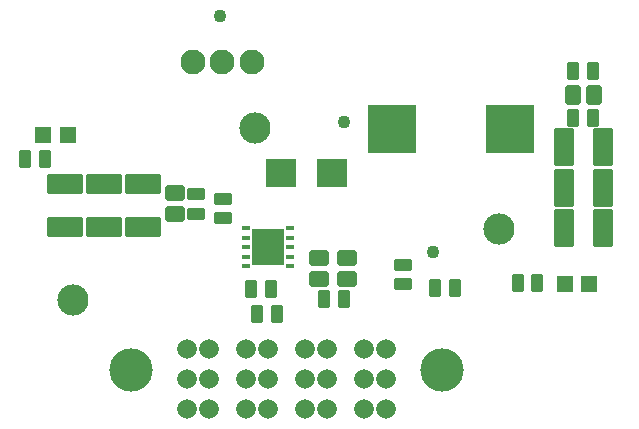
<source format=gts>
G04*
G04 #@! TF.GenerationSoftware,Altium Limited,Altium Designer,23.5.1 (21)*
G04*
G04 Layer_Color=8388736*
%FSLAX25Y25*%
%MOIN*%
G70*
G04*
G04 #@! TF.SameCoordinates,F2E7560B-A2D8-46DA-B2D3-C53C7B4DE586*
G04*
G04*
G04 #@! TF.FilePolarity,Negative*
G04*
G01*
G75*
G04:AMPARAMS|DCode=15|XSize=59.12mil|YSize=39.43mil|CornerRadius=4.66mil|HoleSize=0mil|Usage=FLASHONLY|Rotation=90.000|XOffset=0mil|YOffset=0mil|HoleType=Round|Shape=RoundedRectangle|*
%AMROUNDEDRECTD15*
21,1,0.05912,0.03012,0,0,90.0*
21,1,0.04980,0.03943,0,0,90.0*
1,1,0.00932,0.01506,0.02490*
1,1,0.00932,0.01506,-0.02490*
1,1,0.00932,-0.01506,-0.02490*
1,1,0.00932,-0.01506,0.02490*
%
%ADD15ROUNDEDRECTD15*%
G04:AMPARAMS|DCode=16|XSize=55.18mil|YSize=55.18mil|CornerRadius=7.12mil|HoleSize=0mil|Usage=FLASHONLY|Rotation=180.000|XOffset=0mil|YOffset=0mil|HoleType=Round|Shape=RoundedRectangle|*
%AMROUNDEDRECTD16*
21,1,0.05518,0.04095,0,0,180.0*
21,1,0.04095,0.05518,0,0,180.0*
1,1,0.01424,-0.02047,0.02047*
1,1,0.01424,0.02047,0.02047*
1,1,0.01424,0.02047,-0.02047*
1,1,0.01424,-0.02047,-0.02047*
%
%ADD16ROUNDEDRECTD16*%
G04:AMPARAMS|DCode=17|XSize=66.99mil|YSize=128.02mil|CornerRadius=6.72mil|HoleSize=0mil|Usage=FLASHONLY|Rotation=180.000|XOffset=0mil|YOffset=0mil|HoleType=Round|Shape=RoundedRectangle|*
%AMROUNDEDRECTD17*
21,1,0.06699,0.11457,0,0,180.0*
21,1,0.05354,0.12802,0,0,180.0*
1,1,0.01345,-0.02677,0.05728*
1,1,0.01345,0.02677,0.05728*
1,1,0.01345,0.02677,-0.05728*
1,1,0.01345,-0.02677,-0.05728*
%
%ADD17ROUNDEDRECTD17*%
G04:AMPARAMS|DCode=18|XSize=53.21mil|YSize=66.99mil|CornerRadius=6.92mil|HoleSize=0mil|Usage=FLASHONLY|Rotation=270.000|XOffset=0mil|YOffset=0mil|HoleType=Round|Shape=RoundedRectangle|*
%AMROUNDEDRECTD18*
21,1,0.05321,0.05315,0,0,270.0*
21,1,0.03937,0.06699,0,0,270.0*
1,1,0.01384,-0.02657,-0.01968*
1,1,0.01384,-0.02657,0.01968*
1,1,0.01384,0.02657,0.01968*
1,1,0.01384,0.02657,-0.01968*
%
%ADD18ROUNDEDRECTD18*%
G04:AMPARAMS|DCode=19|XSize=66.99mil|YSize=122.11mil|CornerRadius=6.72mil|HoleSize=0mil|Usage=FLASHONLY|Rotation=270.000|XOffset=0mil|YOffset=0mil|HoleType=Round|Shape=RoundedRectangle|*
%AMROUNDEDRECTD19*
21,1,0.06699,0.10866,0,0,270.0*
21,1,0.05354,0.12211,0,0,270.0*
1,1,0.01345,-0.05433,-0.02677*
1,1,0.01345,-0.05433,0.02677*
1,1,0.01345,0.05433,0.02677*
1,1,0.01345,0.05433,-0.02677*
%
%ADD19ROUNDEDRECTD19*%
G04:AMPARAMS|DCode=20|XSize=59.12mil|YSize=39.43mil|CornerRadius=4.66mil|HoleSize=0mil|Usage=FLASHONLY|Rotation=0.000|XOffset=0mil|YOffset=0mil|HoleType=Round|Shape=RoundedRectangle|*
%AMROUNDEDRECTD20*
21,1,0.05912,0.03012,0,0,0.0*
21,1,0.04980,0.03943,0,0,0.0*
1,1,0.00932,0.02490,-0.01506*
1,1,0.00932,-0.02490,-0.01506*
1,1,0.00932,-0.02490,0.01506*
1,1,0.00932,0.02490,0.01506*
%
%ADD20ROUNDEDRECTD20*%
%ADD21R,0.16148X0.16148*%
%ADD22R,0.10243X0.09455*%
%ADD23R,0.02762X0.01581*%
%ADD24R,0.10636X0.12211*%
%ADD25C,0.04337*%
G04:AMPARAMS|DCode=26|XSize=53.21mil|YSize=66.99mil|CornerRadius=6.92mil|HoleSize=0mil|Usage=FLASHONLY|Rotation=180.000|XOffset=0mil|YOffset=0mil|HoleType=Round|Shape=RoundedRectangle|*
%AMROUNDEDRECTD26*
21,1,0.05321,0.05315,0,0,180.0*
21,1,0.03937,0.06699,0,0,180.0*
1,1,0.01384,-0.01968,0.02657*
1,1,0.01384,0.01968,0.02657*
1,1,0.01384,0.01968,-0.02657*
1,1,0.01384,-0.01968,-0.02657*
%
%ADD26ROUNDEDRECTD26*%
%ADD27C,0.06542*%
%ADD28C,0.14416*%
%ADD29C,0.10400*%
%ADD30C,0.08274*%
%ADD31C,0.03200*%
D15*
X198948Y-162800D02*
D03*
X192452D02*
D03*
X134411Y-168173D02*
D03*
X127915D02*
D03*
X28252Y-121400D02*
D03*
X34748D02*
D03*
X105652Y-173000D02*
D03*
X112148D02*
D03*
X165000Y-164300D02*
D03*
X171496D02*
D03*
X217448Y-107600D02*
D03*
X210952D02*
D03*
Y-92100D02*
D03*
X217448D02*
D03*
X103552Y-164800D02*
D03*
X110048D02*
D03*
D16*
X216334Y-163100D02*
D03*
X208066D02*
D03*
X42534Y-113500D02*
D03*
X34266D02*
D03*
D17*
X220798Y-144500D02*
D03*
X208002D02*
D03*
X220698Y-131000D02*
D03*
X207902D02*
D03*
X220698Y-117500D02*
D03*
X207902D02*
D03*
D18*
X126153Y-154263D02*
D03*
Y-161311D02*
D03*
X135553Y-154263D02*
D03*
Y-161311D02*
D03*
X78100Y-139724D02*
D03*
Y-132676D02*
D03*
D19*
X41600Y-143987D02*
D03*
Y-129813D02*
D03*
X67600Y-143987D02*
D03*
Y-129813D02*
D03*
X54600Y-143987D02*
D03*
Y-129813D02*
D03*
D20*
X85100Y-133152D02*
D03*
Y-139648D02*
D03*
X94328Y-141189D02*
D03*
Y-134693D02*
D03*
X154200Y-163096D02*
D03*
Y-156600D02*
D03*
D21*
X150430Y-111400D02*
D03*
X189800D02*
D03*
D22*
X130565Y-125900D02*
D03*
X113635D02*
D03*
D23*
X116680Y-144501D02*
D03*
X101720D02*
D03*
Y-147650D02*
D03*
Y-150800D02*
D03*
Y-153950D02*
D03*
Y-157099D02*
D03*
X116680Y-147650D02*
D03*
Y-150800D02*
D03*
Y-153950D02*
D03*
Y-157099D02*
D03*
D24*
X109200Y-150800D02*
D03*
D25*
X134600Y-109100D02*
D03*
X164200Y-152300D02*
D03*
X93300Y-73800D02*
D03*
D26*
X217924Y-99900D02*
D03*
X210876D02*
D03*
D27*
X101828Y-184700D02*
D03*
X109230D02*
D03*
X101828Y-194700D02*
D03*
X109230D02*
D03*
X101828Y-204700D02*
D03*
X109230D02*
D03*
X121513Y-184700D02*
D03*
X128915D02*
D03*
X121513Y-194700D02*
D03*
X128915D02*
D03*
X121513Y-204700D02*
D03*
X128915D02*
D03*
X141198Y-184700D02*
D03*
X148600D02*
D03*
X141198Y-194700D02*
D03*
X148600D02*
D03*
X141198Y-204700D02*
D03*
X148600D02*
D03*
X82143Y-184700D02*
D03*
X89545D02*
D03*
X82143Y-194700D02*
D03*
X89545D02*
D03*
X82143Y-204700D02*
D03*
X89545D02*
D03*
D28*
X63639Y-191708D02*
D03*
X167104D02*
D03*
D29*
X44300Y-168500D02*
D03*
X186300Y-144600D02*
D03*
X104700Y-110900D02*
D03*
D30*
X103800Y-89000D02*
D03*
X93958D02*
D03*
X84115D02*
D03*
D31*
X106641Y-146800D02*
D03*
X111531D02*
D03*
X106641Y-150800D02*
D03*
X111531D02*
D03*
X106641Y-154800D02*
D03*
X111531D02*
D03*
M02*

</source>
